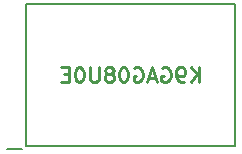
<source format=gbr>
%TF.GenerationSoftware,KiCad,Pcbnew,(6.0.5)*%
%TF.CreationDate,2023-05-24T20:51:29+03:00*%
%TF.ProjectId,USB_MASS_STORAGE_DEVICE,5553425f-4d41-4535-935f-53544f524147,rev?*%
%TF.SameCoordinates,Original*%
%TF.FileFunction,Legend,Bot*%
%TF.FilePolarity,Positive*%
%FSLAX46Y46*%
G04 Gerber Fmt 4.6, Leading zero omitted, Abs format (unit mm)*
G04 Created by KiCad (PCBNEW (6.0.5)) date 2023-05-24 20:51:29*
%MOMM*%
%LPD*%
G01*
G04 APERTURE LIST*
%ADD10C,0.254000*%
%ADD11C,0.200000*%
G04 APERTURE END LIST*
D10*
%TO.C,K9GAG08U0E*%
X134205714Y-96699523D02*
X134205714Y-95429523D01*
X133480000Y-96699523D02*
X134024285Y-95973809D01*
X133480000Y-95429523D02*
X134205714Y-96155238D01*
X132875238Y-96699523D02*
X132633333Y-96699523D01*
X132512380Y-96639047D01*
X132451904Y-96578571D01*
X132330952Y-96397142D01*
X132270476Y-96155238D01*
X132270476Y-95671428D01*
X132330952Y-95550476D01*
X132391428Y-95490000D01*
X132512380Y-95429523D01*
X132754285Y-95429523D01*
X132875238Y-95490000D01*
X132935714Y-95550476D01*
X132996190Y-95671428D01*
X132996190Y-95973809D01*
X132935714Y-96094761D01*
X132875238Y-96155238D01*
X132754285Y-96215714D01*
X132512380Y-96215714D01*
X132391428Y-96155238D01*
X132330952Y-96094761D01*
X132270476Y-95973809D01*
X131060952Y-95490000D02*
X131181904Y-95429523D01*
X131363333Y-95429523D01*
X131544761Y-95490000D01*
X131665714Y-95610952D01*
X131726190Y-95731904D01*
X131786666Y-95973809D01*
X131786666Y-96155238D01*
X131726190Y-96397142D01*
X131665714Y-96518095D01*
X131544761Y-96639047D01*
X131363333Y-96699523D01*
X131242380Y-96699523D01*
X131060952Y-96639047D01*
X131000476Y-96578571D01*
X131000476Y-96155238D01*
X131242380Y-96155238D01*
X130516666Y-96336666D02*
X129911904Y-96336666D01*
X130637619Y-96699523D02*
X130214285Y-95429523D01*
X129790952Y-96699523D01*
X128702380Y-95490000D02*
X128823333Y-95429523D01*
X129004761Y-95429523D01*
X129186190Y-95490000D01*
X129307142Y-95610952D01*
X129367619Y-95731904D01*
X129428095Y-95973809D01*
X129428095Y-96155238D01*
X129367619Y-96397142D01*
X129307142Y-96518095D01*
X129186190Y-96639047D01*
X129004761Y-96699523D01*
X128883809Y-96699523D01*
X128702380Y-96639047D01*
X128641904Y-96578571D01*
X128641904Y-96155238D01*
X128883809Y-96155238D01*
X127855714Y-95429523D02*
X127734761Y-95429523D01*
X127613809Y-95490000D01*
X127553333Y-95550476D01*
X127492857Y-95671428D01*
X127432380Y-95913333D01*
X127432380Y-96215714D01*
X127492857Y-96457619D01*
X127553333Y-96578571D01*
X127613809Y-96639047D01*
X127734761Y-96699523D01*
X127855714Y-96699523D01*
X127976666Y-96639047D01*
X128037142Y-96578571D01*
X128097619Y-96457619D01*
X128158095Y-96215714D01*
X128158095Y-95913333D01*
X128097619Y-95671428D01*
X128037142Y-95550476D01*
X127976666Y-95490000D01*
X127855714Y-95429523D01*
X126706666Y-95973809D02*
X126827619Y-95913333D01*
X126888095Y-95852857D01*
X126948571Y-95731904D01*
X126948571Y-95671428D01*
X126888095Y-95550476D01*
X126827619Y-95490000D01*
X126706666Y-95429523D01*
X126464761Y-95429523D01*
X126343809Y-95490000D01*
X126283333Y-95550476D01*
X126222857Y-95671428D01*
X126222857Y-95731904D01*
X126283333Y-95852857D01*
X126343809Y-95913333D01*
X126464761Y-95973809D01*
X126706666Y-95973809D01*
X126827619Y-96034285D01*
X126888095Y-96094761D01*
X126948571Y-96215714D01*
X126948571Y-96457619D01*
X126888095Y-96578571D01*
X126827619Y-96639047D01*
X126706666Y-96699523D01*
X126464761Y-96699523D01*
X126343809Y-96639047D01*
X126283333Y-96578571D01*
X126222857Y-96457619D01*
X126222857Y-96215714D01*
X126283333Y-96094761D01*
X126343809Y-96034285D01*
X126464761Y-95973809D01*
X125678571Y-95429523D02*
X125678571Y-96457619D01*
X125618095Y-96578571D01*
X125557619Y-96639047D01*
X125436666Y-96699523D01*
X125194761Y-96699523D01*
X125073809Y-96639047D01*
X125013333Y-96578571D01*
X124952857Y-96457619D01*
X124952857Y-95429523D01*
X124106190Y-95429523D02*
X123985238Y-95429523D01*
X123864285Y-95490000D01*
X123803809Y-95550476D01*
X123743333Y-95671428D01*
X123682857Y-95913333D01*
X123682857Y-96215714D01*
X123743333Y-96457619D01*
X123803809Y-96578571D01*
X123864285Y-96639047D01*
X123985238Y-96699523D01*
X124106190Y-96699523D01*
X124227142Y-96639047D01*
X124287619Y-96578571D01*
X124348095Y-96457619D01*
X124408571Y-96215714D01*
X124408571Y-95913333D01*
X124348095Y-95671428D01*
X124287619Y-95550476D01*
X124227142Y-95490000D01*
X124106190Y-95429523D01*
X123138571Y-96034285D02*
X122715238Y-96034285D01*
X122533809Y-96699523D02*
X123138571Y-96699523D01*
X123138571Y-95429523D01*
X122533809Y-95429523D01*
D11*
X119550000Y-90125000D02*
X119550000Y-102125000D01*
X117925000Y-102375000D02*
X119200000Y-102375000D01*
X119550000Y-102125000D02*
X137250000Y-102125000D01*
X137250000Y-102125000D02*
X137250000Y-90125000D01*
X137250000Y-90125000D02*
X119550000Y-90125000D01*
%TD*%
M02*

</source>
